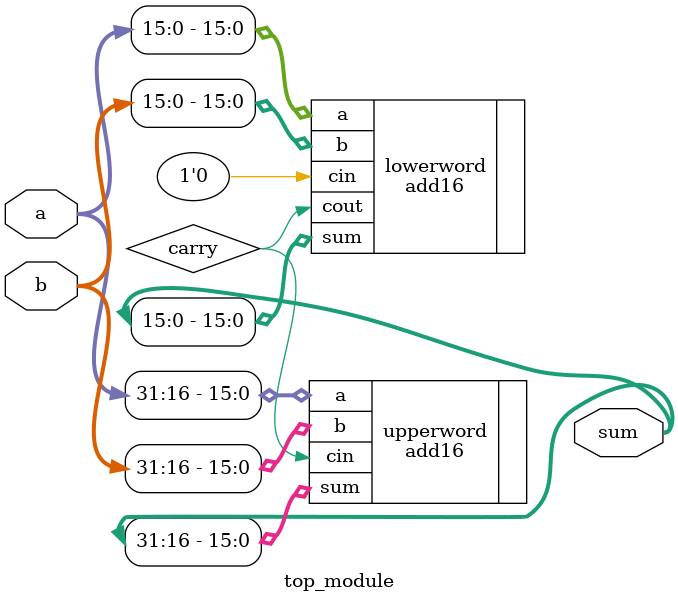
<source format=v>
module top_module (
    input [31:0] a,
    input [31:0] b,
    output [31:0] sum
);
    wire carry;
    
    add16 lowerword ( .cin(1'b0), .a(a[15:0]), .b(b[15:0]), .cout(carry), .sum(sum[15:0]) );
    add16 upperword ( .cin(carry), .a(a[31 -:16]), .b(b[31 -:16]), .sum(sum[31 -:16]) );    

endmodule

</source>
